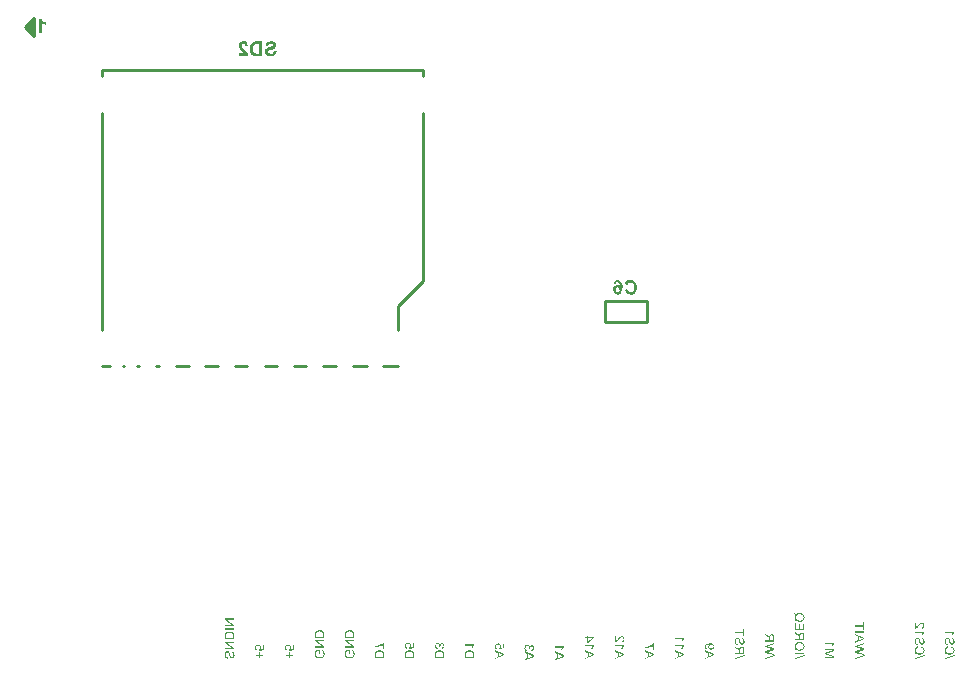
<source format=gbo>
G04*
G04  File:            SD-MAPPER-FINAL_VERSION.GBO, Fri Dec 19 17:45:42 2014*
G04  Source:          P-CAD 2002 PCB (6/400) TRIAL VERSION - 1 days left, Version 17.01.22, (E:\Eletro\P-CAD_PCI\SD-Mapper\SD-Mapper-final_version.PCB)*
G04  Format:          Gerber Format (RS-274-D), ASCII*
G04*
G04  Format Options:  Absolute Positioning*
G04                   Leading-Zero Suppression*
G04                   Scale Factor 1:1*
G04                   NO Circular Interpolation*
G04                   Inch Units*
G04                   Numeric Format: 4.4 (XXXX.XXXX)*
G04                   G54 NOT Used for Aperture Change*
G04                   Apertures Embedded*
G04*
G04  File Options:    Offset = (0.0mil,0.0mil)*
G04                   Drill Symbol Size = 80.0mil*
G04                   No Pad/Via Holes*
G04*
G04  File Contents:   No Pads*
G04                   No Vias*
G04                   Designators*
G04                   No Types*
G04                   Values*
G04                   No Drill Symbols*
G04                   Bot Silk*
G04*
%INSD-MAPPER-FINAL_VERSION.GBO*%
%ICAS*%
%MOIN*%
G04*
G04  Aperture MACROs for general use --- invoked via D-code assignment *
G04*
G04  General MACRO for flashed round with rotation and/or offset hole *
%AMROTOFFROUND*
1,1,$1,0.0000,0.0000*
1,0,$2,$3,$4*%
G04*
G04  General MACRO for flashed oval (obround) with rotation and/or offset hole *
%AMROTOFFOVAL*
21,1,$1,$2,0.0000,0.0000,$3*
1,1,$4,$5,$6*
1,1,$4,0-$5,0-$6*
1,0,$7,$8,$9*%
G04*
G04  General MACRO for flashed oval (obround) with rotation and no hole *
%AMROTOVALNOHOLE*
21,1,$1,$2,0.0000,0.0000,$3*
1,1,$4,$5,$6*
1,1,$4,0-$5,0-$6*%
G04*
G04  General MACRO for flashed rectangle with rotation and/or offset hole *
%AMROTOFFRECT*
21,1,$1,$2,0.0000,0.0000,$3*
1,0,$4,$5,$6*%
G04*
G04  General MACRO for flashed rectangle with rotation and no hole *
%AMROTRECTNOHOLE*
21,1,$1,$2,0.0000,0.0000,$3*%
G04*
G04  General MACRO for flashed rounded-rectangle *
%AMROUNDRECT*
21,1,$1,$2-$4,0.0000,0.0000,$3*
21,1,$1-$4,$2,0.0000,0.0000,$3*
1,1,$4,$5,$6*
1,1,$4,$7,$8*
1,1,$4,0-$5,0-$6*
1,1,$4,0-$7,0-$8*
1,0,$9,$10,$11*%
G04*
G04  General MACRO for flashed rounded-rectangle with rotation and no hole *
%AMROUNDRECTNOHOLE*
21,1,$1,$2-$4,0.0000,0.0000,$3*
21,1,$1-$4,$2,0.0000,0.0000,$3*
1,1,$4,$5,$6*
1,1,$4,$7,$8*
1,1,$4,0-$5,0-$6*
1,1,$4,0-$7,0-$8*%
G04*
G04  General MACRO for flashed regular polygon *
%AMREGPOLY*
5,1,$1,0.0000,0.0000,$2,$3+$4*
1,0,$5,$6,$7*%
G04*
G04  General MACRO for flashed regular polygon with no hole *
%AMREGPOLYNOHOLE*
5,1,$1,0.0000,0.0000,$2,$3+$4*%
G04*
G04  General MACRO for target *
%AMTARGET*
6,0,0,$1,$2,$3,4,$4,$5,$6*%
G04*
G04  General MACRO for mounting hole *
%AMMTHOLE*
1,1,$1,0,0*
1,0,$2,0,0*
$1=$1-$2*
$1=$1/2*
21,1,$2+$1,$3,0,0,$4*
21,1,$3,$2+$1,0,0,$4*%
G04*
G04*
G04  D10 : "Ellipse X10.0mil Y10.0mil H0.0mil 0.0deg (0.0mil,0.0mil) Draw"*
G04  Disc: OuterDia=0.0100*
%ADD10C, 0.0100*%
G04  D11 : "Ellipse X12.0mil Y12.0mil H0.0mil 0.0deg (0.0mil,0.0mil) Draw"*
G04  Disc: OuterDia=0.0120*
%ADD11C, 0.0120*%
G04  D12 : "Ellipse X15.0mil Y15.0mil H0.0mil 0.0deg (0.0mil,0.0mil) Draw"*
G04  Disc: OuterDia=0.0150*
%ADD12C, 0.0150*%
G04  D13 : "Ellipse X17.0mil Y17.0mil H0.0mil 0.0deg (0.0mil,0.0mil) Draw"*
G04  Disc: OuterDia=0.0170*
%ADD13C, 0.0170*%
G04  D14 : "Ellipse X18.0mil Y18.0mil H0.0mil 0.0deg (0.0mil,0.0mil) Draw"*
G04  Disc: OuterDia=0.0180*
%ADD14C, 0.0180*%
G04  D15 : "Ellipse X2.0mil Y2.0mil H0.0mil 0.0deg (0.0mil,0.0mil) Draw"*
G04  Disc: OuterDia=0.0020*
%ADD15C, 0.0020*%
G04  D16 : "Ellipse X20.0mil Y20.0mil H0.0mil 0.0deg (0.0mil,0.0mil) Draw"*
G04  Disc: OuterDia=0.0200*
%ADD16C, 0.0200*%
G04  D17 : "Ellipse X22.0mil Y22.0mil H0.0mil 0.0deg (0.0mil,0.0mil) Draw"*
G04  Disc: OuterDia=0.0220*
%ADD17C, 0.0220*%
G04  D18 : "Ellipse X24.0mil Y24.0mil H0.0mil 0.0deg (0.0mil,0.0mil) Draw"*
G04  Disc: OuterDia=0.0240*
%ADD18C, 0.0240*%
G04  D19 : "Ellipse X26.0mil Y26.0mil H0.0mil 0.0deg (0.0mil,0.0mil) Draw"*
G04  Disc: OuterDia=0.0260*
%ADD19C, 0.0260*%
G04  D20 : "Ellipse X34.0mil Y34.0mil H0.0mil 0.0deg (0.0mil,0.0mil) Draw"*
G04  Disc: OuterDia=0.0340*
%ADD20C, 0.0340*%
G04  D21 : "Ellipse X35.0mil Y35.0mil H0.0mil 0.0deg (0.0mil,0.0mil) Draw"*
G04  Disc: OuterDia=0.0350*
%ADD21C, 0.0350*%
G04  D22 : "Ellipse X40.0mil Y40.0mil H0.0mil 0.0deg (0.0mil,0.0mil) Draw"*
G04  Disc: OuterDia=0.0400*
%ADD22C, 0.0400*%
G04  D23 : "Ellipse X45.0mil Y45.0mil H0.0mil 0.0deg (0.0mil,0.0mil) Draw"*
G04  Disc: OuterDia=0.0450*
%ADD23C, 0.0450*%
G04  D24 : "Ellipse X8.0mil Y8.0mil H0.0mil 0.0deg (0.0mil,0.0mil) Draw"*
G04  Disc: OuterDia=0.0080*
%ADD24C, 0.0080*%
G04  D25 : "Ellipse X285.0mil Y285.0mil H0.0mil 0.0deg (0.0mil,0.0mil) Flash"*
G04  Disc: OuterDia=0.2850*
%ADD25C, 0.2850*%
G04  D26 : "Ellipse X59.0mil Y59.0mil H0.0mil 0.0deg (0.0mil,0.0mil) Flash"*
G04  Disc: OuterDia=0.0590*
%ADD26C, 0.0590*%
G04  D27 : "Ellipse X64.0mil Y64.0mil H0.0mil 0.0deg (0.0mil,0.0mil) Flash"*
G04  Disc: OuterDia=0.0640*
%ADD27C, 0.0640*%
G04  D28 : "Ellipse X68.0mil Y68.0mil H0.0mil 0.0deg (0.0mil,0.0mil) Flash"*
G04  Disc: OuterDia=0.0680*
%ADD28C, 0.0680*%
G04  D29 : "Ellipse X79.0mil Y79.0mil H0.0mil 0.0deg (0.0mil,0.0mil) Flash"*
G04  Disc: OuterDia=0.0790*
%ADD29C, 0.0790*%
G04  D30 : "Ellipse X83.0mil Y83.0mil H0.0mil 0.0deg (0.0mil,0.0mil) Flash"*
G04  Disc: OuterDia=0.0830*
%ADD30C, 0.0830*%
G04  D31 : "Mounting Hole X270.0mil Y270.0mil H0.0mil 0.0deg (0.0mil,0.0mil) Flash"*
G04  Mounting Hole: Diameter=0.2700, Rotation=0.0, LineWidth=0.0050 *
%ADD31MTHOLE, 0.2700 X0.2500 X0.0050 X0.0*%
G04  D32 : "Mounting Hole X44.0mil Y44.0mil H0.0mil 0.0deg (0.0mil,0.0mil) Flash"*
G04  Mounting Hole: Diameter=0.0440, Rotation=0.0, LineWidth=0.0050 *
%ADD32MTHOLE, 0.0440 X0.0240 X0.0050 X0.0*%
G04  D33 : "Mounting Hole X64.0mil Y64.0mil H0.0mil 0.0deg (0.0mil,0.0mil) Flash"*
G04  Mounting Hole: Diameter=0.0640, Rotation=0.0, LineWidth=0.0050 *
%ADD33MTHOLE, 0.0640 X0.0440 X0.0050 X0.0*%
G04  D34 : "Rounded Rectangle X196.9mil Y60.0mil H0.0mil 0.0deg (0.0mil,0.0mil) Flash"*
G04  RoundRct: DimX=0.1969, DimY=0.0600, CornerRad=0.0150, Rotation=0.0, OffsetX=0.0000, OffsetY=0.0000, HoleDia=0.0000 *
%ADD34ROUNDRECTNOHOLE, 0.1969 X0.0600 X0.0 X0.0300 X-0.0834 X-0.0150 X-0.0834 X0.0150*%
G04  D35 : "Rounded Rectangle X60.0mil Y350.0mil H0.0mil 0.0deg (0.0mil,0.0mil) Flash"*
G04  RoundRct: DimX=0.0600, DimY=0.3500, CornerRad=0.0150, Rotation=0.0, OffsetX=0.0000, OffsetY=0.0000, HoleDia=0.0000 *
%ADD35ROUNDRECTNOHOLE, 0.0600 X0.3500 X0.0 X0.0300 X-0.0150 X-0.1600 X-0.0150 X0.1600*%
G04  D36 : "Rounded Rectangle X60.0mil Y380.0mil H0.0mil 0.0deg (0.0mil,0.0mil) Flash"*
G04  RoundRct: DimX=0.0600, DimY=0.3800, CornerRad=0.0150, Rotation=0.0, OffsetX=0.0000, OffsetY=0.0000, HoleDia=0.0000 *
%ADD36ROUNDRECTNOHOLE, 0.0600 X0.3800 X0.0 X0.0300 X-0.0150 X-0.1750 X-0.0150 X0.1750*%
G04  D37 : "Rounded Rectangle X64.0mil Y64.0mil H0.0mil 0.0deg (0.0mil,0.0mil) Flash"*
G04  RoundRct: DimX=0.0640, DimY=0.0640, CornerRad=0.0160, Rotation=0.0, OffsetX=0.0000, OffsetY=0.0000, HoleDia=0.0000 *
%ADD37ROUNDRECTNOHOLE, 0.0640 X0.0640 X0.0 X0.0320 X-0.0160 X-0.0160 X-0.0160 X0.0160*%
G04  D38 : "Rounded Rectangle X211.9mil Y75.0mil H0.0mil 0.0deg (0.0mil,0.0mil) Flash"*
G04  RoundRct: DimX=0.2119, DimY=0.0750, CornerRad=0.0187, Rotation=0.0, OffsetX=0.0000, OffsetY=0.0000, HoleDia=0.0000 *
%ADD38ROUNDRECTNOHOLE, 0.2119 X0.0750 X0.0 X0.0375 X-0.0872 X-0.0187 X-0.0872 X0.0187*%
G04  D39 : "Rounded Rectangle X75.0mil Y365.0mil H0.0mil 0.0deg (0.0mil,0.0mil) Flash"*
G04  RoundRct: DimX=0.0750, DimY=0.3650, CornerRad=0.0187, Rotation=0.0, OffsetX=0.0000, OffsetY=0.0000, HoleDia=0.0000 *
%ADD39ROUNDRECTNOHOLE, 0.0750 X0.3650 X0.0 X0.0375 X-0.0187 X-0.1638 X-0.0187 X0.1638*%
G04  D40 : "Rounded Rectangle X75.0mil Y395.0mil H0.0mil 0.0deg (0.0mil,0.0mil) Flash"*
G04  RoundRct: DimX=0.0750, DimY=0.3950, CornerRad=0.0187, Rotation=0.0, OffsetX=0.0000, OffsetY=0.0000, HoleDia=0.0000 *
%ADD40ROUNDRECTNOHOLE, 0.0750 X0.3950 X0.0 X0.0375 X-0.0187 X-0.1788 X-0.0187 X0.1788*%
G04  D41 : "Rounded Rectangle X78.0mil Y78.0mil H0.0mil 0.0deg (0.0mil,0.0mil) Flash"*
G04  RoundRct: DimX=0.0780, DimY=0.0780, CornerRad=0.0195, Rotation=0.0, OffsetX=0.0000, OffsetY=0.0000, HoleDia=0.0000 *
%ADD41ROUNDRECTNOHOLE, 0.0780 X0.0780 X0.0 X0.0390 X-0.0195 X-0.0195 X-0.0195 X0.0195*%
G04  D42 : "Rounded Rectangle X79.0mil Y79.0mil H0.0mil 0.0deg (0.0mil,0.0mil) Flash"*
G04  RoundRct: DimX=0.0790, DimY=0.0790, CornerRad=0.0198, Rotation=0.0, OffsetX=0.0000, OffsetY=0.0000, HoleDia=0.0000 *
%ADD42ROUNDRECTNOHOLE, 0.0790 X0.0790 X0.0 X0.0395 X-0.0198 X-0.0198 X-0.0198 X0.0198*%
G04  D43 : "Rounded Rectangle X93.0mil Y93.0mil H0.0mil 0.0deg (0.0mil,0.0mil) Flash"*
G04  RoundRct: DimX=0.0930, DimY=0.0930, CornerRad=0.0233, Rotation=0.0, OffsetX=0.0000, OffsetY=0.0000, HoleDia=0.0000 *
%ADD43ROUNDRECTNOHOLE, 0.0930 X0.0930 X0.0 X0.0465 X-0.0233 X-0.0233 X-0.0233 X0.0233*%
G04  D44 : "Rectangle X11.8mil Y63.0mil H0.0mil 0.0deg (0.0mil,0.0mil) Flash"*
G04  Rectangular: DimX=0.0118, DimY=0.0630, Rotation=0.0, OffsetX=0.0000, OffsetY=0.0000, HoleDia=0.0000 *
%ADD44R, 0.0118 X0.0630*%
G04  D45 : "Rectangle X63.0mil Y11.8mil H0.0mil 0.0deg (0.0mil,0.0mil) Flash"*
G04  Rectangular: DimX=0.0630, DimY=0.0118, Rotation=0.0, OffsetX=0.0000, OffsetY=0.0000, HoleDia=0.0000 *
%ADD45R, 0.0630 X0.0118*%
G04  D46 : "Rectangle X141.7mil Y86.6mil H0.0mil 0.0deg (0.0mil,0.0mil) Flash"*
G04  Rectangular: DimX=0.1417, DimY=0.0866, Rotation=0.0, OffsetX=0.0000, OffsetY=0.0000, HoleDia=0.0000 *
%ADD46R, 0.1417 X0.0866*%
G04  D47 : "Rectangle X156.7mil Y101.6mil H0.0mil 0.0deg (0.0mil,0.0mil) Flash"*
G04  Rectangular: DimX=0.1567, DimY=0.1016, Rotation=0.0, OffsetX=0.0000, OffsetY=0.0000, HoleDia=0.0000 *
%ADD47R, 0.1567 X0.1016*%
G04  D48 : "Rectangle X23.6mil Y78.7mil H0.0mil 0.0deg (0.0mil,0.0mil) Flash"*
G04  Rectangular: DimX=0.0236, DimY=0.0787, Rotation=0.0, OffsetX=0.0000, OffsetY=0.0000, HoleDia=0.0000 *
%ADD48R, 0.0236 X0.0787*%
G04  D49 : "Rectangle X78.7mil Y23.6mil H0.0mil 0.0deg (0.0mil,0.0mil) Flash"*
G04  Rectangular: DimX=0.0787, DimY=0.0236, Rotation=0.0, OffsetX=0.0000, OffsetY=0.0000, HoleDia=0.0000 *
%ADD49R, 0.0787 X0.0236*%
G04  D50 : "Rectangle X23.6mil Y86.6mil H0.0mil 0.0deg (0.0mil,0.0mil) Flash"*
G04  Rectangular: DimX=0.0236, DimY=0.0866, Rotation=0.0, OffsetX=0.0000, OffsetY=0.0000, HoleDia=0.0000 *
%ADD50R, 0.0236 X0.0866*%
G04  D51 : "Rectangle X26.0mil Y60.0mil H0.0mil 0.0deg (0.0mil,0.0mil) Flash"*
G04  Rectangular: DimX=0.0260, DimY=0.0600, Rotation=0.0, OffsetX=0.0000, OffsetY=0.0000, HoleDia=0.0000 *
%ADD51R, 0.0260 X0.0600*%
G04  D52 : "Rectangle X26.8mil Y78.0mil H0.0mil 0.0deg (0.0mil,0.0mil) Flash"*
G04  Rectangular: DimX=0.0268, DimY=0.0780, Rotation=0.0, OffsetX=0.0000, OffsetY=0.0000, HoleDia=0.0000 *
%ADD52R, 0.0268 X0.0780*%
G04  D53 : "Rectangle X78.0mil Y26.8mil H0.0mil 0.0deg (0.0mil,0.0mil) Flash"*
G04  Rectangular: DimX=0.0780, DimY=0.0268, Rotation=0.0, OffsetX=0.0000, OffsetY=0.0000, HoleDia=0.0000 *
%ADD53R, 0.0780 X0.0268*%
G04  D54 : "Rectangle X32.0mil Y32.0mil H0.0mil 0.0deg (0.0mil,0.0mil) Flash"*
G04  Square: Side=0.0320, Rotation=0.0, OffsetX=0.0000, OffsetY=0.0000, HoleDia=0.0000*
%ADD54R, 0.0320 X0.0320*%
G04  D55 : "Rectangle X38.6mil Y101.6mil H0.0mil 0.0deg (0.0mil,0.0mil) Flash"*
G04  Rectangular: DimX=0.0386, DimY=0.1016, Rotation=0.0, OffsetX=0.0000, OffsetY=0.0000, HoleDia=0.0000 *
%ADD55R, 0.0386 X0.1016*%
G04  D56 : "Rectangle X38.6mil Y93.7mil H0.0mil 0.0deg (0.0mil,0.0mil) Flash"*
G04  Rectangular: DimX=0.0386, DimY=0.0937, Rotation=0.0, OffsetX=0.0000, OffsetY=0.0000, HoleDia=0.0000 *
%ADD56R, 0.0386 X0.0937*%
G04  D57 : "Rectangle X93.7mil Y38.6mil H0.0mil 0.0deg (0.0mil,0.0mil) Flash"*
G04  Rectangular: DimX=0.0937, DimY=0.0386, Rotation=0.0, OffsetX=0.0000, OffsetY=0.0000, HoleDia=0.0000 *
%ADD57R, 0.0937 X0.0386*%
G04  D58 : "Rectangle X40.0mil Y60.0mil H0.0mil 0.0deg (0.0mil,0.0mil) Flash"*
G04  Rectangular: DimX=0.0400, DimY=0.0600, Rotation=0.0, OffsetX=0.0000, OffsetY=0.0000, HoleDia=0.0000 *
%ADD58R, 0.0400 X0.0600*%
G04  D59 : "Rectangle X41.0mil Y75.0mil H0.0mil 0.0deg (0.0mil,0.0mil) Flash"*
G04  Rectangular: DimX=0.0410, DimY=0.0750, Rotation=0.0, OffsetX=0.0000, OffsetY=0.0000, HoleDia=0.0000 *
%ADD59R, 0.0410 X0.0750*%
G04  D60 : "Rectangle X47.0mil Y47.0mil H0.0mil 0.0deg (0.0mil,0.0mil) Flash"*
G04  Square: Side=0.0470, Rotation=0.0, OffsetX=0.0000, OffsetY=0.0000, HoleDia=0.0000*
%ADD60R, 0.0470 X0.0470*%
G04  D61 : "Rectangle X47.2mil Y86.6mil H0.0mil 0.0deg (0.0mil,0.0mil) Flash"*
G04  Rectangular: DimX=0.0472, DimY=0.0866, Rotation=0.0, OffsetX=0.0000, OffsetY=0.0000, HoleDia=0.0000 *
%ADD61R, 0.0472 X0.0866*%
G04  D62 : "Rectangle X51.2mil Y59.1mil H0.0mil 0.0deg (0.0mil,0.0mil) Flash"*
G04  Rectangular: DimX=0.0512, DimY=0.0591, Rotation=0.0, OffsetX=0.0000, OffsetY=0.0000, HoleDia=0.0000 *
%ADD62R, 0.0512 X0.0591*%
G04  D63 : "Rectangle X59.1mil Y51.2mil H0.0mil 0.0deg (0.0mil,0.0mil) Flash"*
G04  Rectangular: DimX=0.0591, DimY=0.0512, Rotation=0.0, OffsetX=0.0000, OffsetY=0.0000, HoleDia=0.0000 *
%ADD63R, 0.0591 X0.0512*%
G04  D64 : "Rectangle X55.0mil Y75.0mil H0.0mil 0.0deg (0.0mil,0.0mil) Flash"*
G04  Rectangular: DimX=0.0550, DimY=0.0750, Rotation=0.0, OffsetX=0.0000, OffsetY=0.0000, HoleDia=0.0000 *
%ADD64R, 0.0550 X0.0750*%
G04  D65 : "Rectangle X58.0mil Y110.0mil H0.0mil 0.0deg (0.0mil,0.0mil) Flash"*
G04  Rectangular: DimX=0.0580, DimY=0.1100, Rotation=0.0, OffsetX=0.0000, OffsetY=0.0000, HoleDia=0.0000 *
%ADD65R, 0.0580 X0.1100*%
G04  D66 : "Rectangle X62.2mil Y101.6mil H0.0mil 0.0deg (0.0mil,0.0mil) Flash"*
G04  Rectangular: DimX=0.0622, DimY=0.1016, Rotation=0.0, OffsetX=0.0000, OffsetY=0.0000, HoleDia=0.0000 *
%ADD66R, 0.0622 X0.1016*%
G04  D67 : "Rectangle X66.2mil Y74.1mil H0.0mil 0.0deg (0.0mil,0.0mil) Flash"*
G04  Rectangular: DimX=0.0662, DimY=0.0741, Rotation=0.0, OffsetX=0.0000, OffsetY=0.0000, HoleDia=0.0000 *
%ADD67R, 0.0662 X0.0741*%
G04  D68 : "Rectangle X74.1mil Y66.2mil H0.0mil 0.0deg (0.0mil,0.0mil) Flash"*
G04  Rectangular: DimX=0.0741, DimY=0.0662, Rotation=0.0, OffsetX=0.0000, OffsetY=0.0000, HoleDia=0.0000 *
%ADD68R, 0.0741 X0.0662*%
G04  D69 : "Rectangle X72.0mil Y80.0mil H0.0mil 0.0deg (0.0mil,0.0mil) Flash"*
G04  Rectangular: DimX=0.0720, DimY=0.0800, Rotation=0.0, OffsetX=0.0000, OffsetY=0.0000, HoleDia=0.0000 *
%ADD69R, 0.0720 X0.0800*%
G04  D70 : "Rectangle X73.0mil Y125.0mil H0.0mil 0.0deg (0.0mil,0.0mil) Flash"*
G04  Rectangular: DimX=0.0730, DimY=0.1250, Rotation=0.0, OffsetX=0.0000, OffsetY=0.0000, HoleDia=0.0000 *
%ADD70R, 0.0730 X0.1250*%
G04  D71 : "Rectangle X80.0mil Y110.0mil H0.0mil 0.0deg (0.0mil,0.0mil) Flash"*
G04  Rectangular: DimX=0.0800, DimY=0.1100, Rotation=0.0, OffsetX=0.0000, OffsetY=0.0000, HoleDia=0.0000 *
%ADD71R, 0.0800 X0.1100*%
G04  D72 : "Rectangle X87.0mil Y95.0mil H0.0mil 0.0deg (0.0mil,0.0mil) Flash"*
G04  Rectangular: DimX=0.0870, DimY=0.0950, Rotation=0.0, OffsetX=0.0000, OffsetY=0.0000, HoleDia=0.0000 *
%ADD72R, 0.0870 X0.0950*%
G04  D73 : "Rectangle X95.0mil Y125.0mil H0.0mil 0.0deg (0.0mil,0.0mil) Flash"*
G04  Rectangular: DimX=0.0950, DimY=0.1250, Rotation=0.0, OffsetX=0.0000, OffsetY=0.0000, HoleDia=0.0000 *
%ADD73R, 0.0950 X0.1250*%
G04  D74 : "Ellipse X44.0mil Y44.0mil H0.0mil 0.0deg (0.0mil,0.0mil) Flash"*
G04  Disc: OuterDia=0.0440*
%ADD74C, 0.0440*%
G04*
%FSLAX44Y44*%
%SFA1B1*%
%OFA0.0000B0.0000*%
G04*
G70*
G90*
G01*
D2*
%LNBot Silk*%
D10*
X31877Y89204*
X31920D1*
X31834Y89247D2*
X31920D1*
X31791Y89289D2*
X31920D1*
X31748Y89332D2*
X31920D1*
X31777Y89375D2*
X31920D1*
X31819Y89418D2*
X31920D1*
X31862Y89461D2*
X31920D1*
X31905Y89504D2*
X31920D1*
X31970Y89639D2*
X31670Y89340D1*
X31970Y89040*
Y89639*
X52394Y79505D2*
X51705D1*
X52394Y80214D2*
X51705D1*
X52394D2*
Y79505D1*
X51017Y80214D2*
Y79505D1*
X51705*
X51017Y80214D2*
X51705D1*
X34240Y87900D2*
X44950D1*
X44120Y80030D2*
X44950Y80860D1*
X36710Y78020D2*
X37130D1*
X37690D2*
X38110D1*
X38670D2*
X39080D1*
X39660D2*
X40070D1*
X40640D2*
X41050D1*
X41600D2*
X42050D1*
X42620D2*
X43070D1*
X43620D2*
X44120D1*
Y80030D2*
Y79230D1*
X44950Y86450D2*
Y80860D1*
Y87900D2*
Y87700D1*
X34240Y78020D2*
X34520D1*
X34240Y86450D2*
Y79230D1*
Y87900D2*
Y87690D1*
X36030Y78020D2*
X36140D1*
X35410D2*
X35470D1*
X34940D2*
X34990D1*
%LNBot Silk_POS_GLYPHS*%
%LPD*%
G36*
X32151Y89607D2*
X32228D1*
X32246Y89576*
X32286Y89528*
X32317Y89509*
X32366Y89483*
Y89398*
X32318Y89422*
X32245Y89469*
Y89115*
X32151*
Y89607*
G37*
G36*
X40388Y68410D2*
X40476D1*
Y68498*
X40513*
Y68410*
X40600*
Y68373*
X40513*
Y68285*
X40476*
Y68373*
X40388*
Y68410*
G37*
G36*
X40395Y68548D2*
X40356Y68571D1*
X40344Y68595*
X40332Y68642*
X40341Y68676*
X40370Y68726*
X40397Y68739*
X40446Y68751*
X40476Y68744*
X40520Y68723*
X40535Y68698*
X40550Y68652*
X40545Y68629*
X40529Y68592*
X40615Y68608*
Y68736*
X40653*
Y68578*
X40489Y68547*
X40483Y68584*
X40492Y68592*
X40506Y68607*
X40510Y68619*
X40515Y68641*
X40510Y68661*
X40495Y68691*
X40477Y68700*
X40442Y68710*
X40419Y68705*
X40385Y68690*
X40375Y68673*
X40364Y68642*
X40368Y68626*
X40379Y68602*
X40394Y68592*
X40424Y68581*
X40421Y68540*
X40395Y68548*
G37*
G36*
X39388Y68410D2*
X39476D1*
Y68498*
X39513*
Y68410*
X39600*
Y68373*
X39513*
Y68285*
X39476*
Y68373*
X39388*
Y68410*
G37*
G36*
X39395Y68548D2*
X39356Y68571D1*
X39344Y68595*
X39332Y68642*
X39341Y68676*
X39370Y68726*
X39397Y68739*
X39446Y68751*
X39476Y68744*
X39520Y68723*
X39535Y68698*
X39550Y68652*
X39545Y68629*
X39529Y68592*
X39615Y68608*
Y68736*
X39653*
Y68578*
X39489Y68547*
X39483Y68584*
X39492Y68592*
X39506Y68607*
X39510Y68619*
X39515Y68641*
X39510Y68661*
X39495Y68691*
X39477Y68700*
X39442Y68710*
X39419Y68705*
X39385Y68690*
X39375Y68673*
X39364Y68642*
X39368Y68626*
X39379Y68602*
X39394Y68592*
X39424Y68581*
X39421Y68540*
X39395Y68548*
G37*
G36*
X44337Y68409D2*
X44339Y68429D1*
X44343Y68460*
X44348Y68475*
X44358Y68499*
X44368Y68510*
X44387Y68528*
X44404Y68536*
X44434Y68549*
X44457Y68554*
X44499Y68558*
X44528Y68555*
X44575Y68546*
X44597Y68533*
X44630Y68507*
X44640Y68491*
X44653Y68461*
X44655Y68441*
X44657Y68404*
Y68294*
X44337*
Y68409*
G37*
G36*
X44395Y68610D2*
X44356Y68632D1*
X44344Y68657*
X44332Y68704*
X44341Y68738*
X44370Y68787*
X44397Y68800*
X44446Y68813*
X44476Y68806*
X44520Y68784*
X44535Y68759*
X44550Y68714*
X44545Y68691*
X44529Y68653*
X44615Y68670*
Y68798*
X44653*
Y68640*
X44489Y68608*
X44483Y68645*
X44492Y68653*
X44506Y68669*
X44510Y68681*
X44515Y68703*
X44510Y68723*
X44495Y68753*
X44477Y68762*
X44442Y68771*
X44419Y68766*
X44385Y68752*
X44375Y68735*
X44364Y68704*
X44368Y68687*
X44379Y68663*
X44394Y68654*
X44424Y68642*
X44421Y68601*
X44395Y68610*
G37*
G36*
X43337Y68409D2*
X43339Y68429D1*
X43343Y68460*
X43348Y68475*
X43358Y68499*
X43368Y68510*
X43387Y68528*
X43404Y68536*
X43434Y68549*
X43457Y68554*
X43499Y68558*
X43528Y68555*
X43575Y68546*
X43597Y68533*
X43630Y68507*
X43640Y68491*
X43653Y68461*
X43655Y68441*
X43657Y68404*
Y68294*
X43337*
Y68409*
G37*
G36*
X43615Y68760D2*
X43586Y68739D1*
X43531Y68704*
X43493Y68687*
X43428Y68663*
X43392Y68656*
X43337Y68648*
Y68689*
X43371Y68693*
X43425Y68704*
X43467Y68719*
X43536Y68750*
X43571Y68772*
X43623Y68811*
X43653*
Y68604*
X43615*
Y68760*
G37*
G36*
X47337Y68304D2*
X47434Y68338D1*
Y68473*
X47337Y68510*
Y68558*
X47657Y68428*
Y68381*
X47337Y68259*
Y68304*
G37*
G36*
X47395Y68585D2*
X47356Y68608D1*
X47344Y68632*
X47332Y68679*
X47341Y68713*
X47370Y68763*
X47397Y68776*
X47446Y68789*
X47476Y68781*
X47520Y68760*
X47535Y68735*
X47550Y68689*
X47545Y68666*
X47529Y68629*
X47615Y68645*
Y68774*
X47653*
Y68615*
X47489Y68584*
X47483Y68621*
X47492Y68629*
X47506Y68644*
X47510Y68657*
X47515Y68678*
X47510Y68699*
X47495Y68728*
X47477Y68737*
X47442Y68747*
X47419Y68742*
X47385Y68727*
X47375Y68710*
X47364Y68679*
X47368Y68663*
X47379Y68639*
X47394Y68629*
X47424Y68618*
X47421Y68577*
X47395Y68585*
G37*
G36*
X46337Y68409D2*
X46339Y68429D1*
X46343Y68460*
X46348Y68475*
X46358Y68499*
X46368Y68510*
X46387Y68528*
X46404Y68536*
X46434Y68549*
X46457Y68554*
X46499Y68558*
X46528Y68555*
X46575Y68546*
X46597Y68533*
X46630Y68507*
X46640Y68491*
X46653Y68461*
X46655Y68441*
X46657Y68404*
Y68294*
X46337*
Y68409*
G37*
G36*
X46659Y68749D2*
Y68723D1*
X46643Y68712*
X46615Y68689*
X46600Y68668*
X46578Y68631*
X46540*
X46547Y68646*
X46560Y68672*
X46570Y68687*
X46587Y68710*
X46337*
Y68749*
X46659*
G37*
G36*
X45337Y68409D2*
X45339Y68429D1*
X45343Y68460*
X45348Y68475*
X45358Y68499*
X45368Y68510*
X45387Y68528*
X45404Y68536*
X45434Y68549*
X45457Y68554*
X45499Y68558*
X45528Y68555*
X45575Y68546*
X45597Y68533*
X45630Y68507*
X45640Y68491*
X45653Y68461*
X45655Y68441*
X45657Y68404*
Y68294*
X45337*
Y68409*
G37*
G36*
X45396Y68610D2*
X45357Y68633D1*
X45344Y68657*
X45332Y68702*
X45339Y68733*
X45361Y68780*
X45386Y68795*
X45432Y68811*
X45452Y68807*
X45483Y68795*
X45495Y68780*
X45510Y68751*
X45519Y68764*
X45537Y68784*
X45551Y68789*
X45575Y68795*
X45591Y68792*
X45616Y68783*
X45629Y68772*
X45647Y68750*
X45653Y68732*
X45659Y68701*
X45653Y68676*
X45637Y68638*
X45616Y68623*
X45575Y68605*
X45568Y68645*
X45586Y68651*
X45612Y68664*
X45619Y68678*
X45626Y68702*
X45623Y68718*
X45612Y68740*
X45599Y68748*
X45576Y68755*
X45559Y68750*
X45536Y68735*
X45529Y68718*
X45523Y68689*
X45523Y68687*
X45523Y68683*
X45489Y68678*
X45491Y68689*
X45493Y68706*
X45488Y68724*
X45475Y68751*
X45460Y68760*
X45431Y68769*
X45412Y68764*
X45383Y68750*
X45374Y68733*
X45364Y68703*
X45368Y68687*
X45379Y68663*
X45395Y68654*
X45428Y68641*
X45422Y68601*
X45396Y68610*
G37*
G36*
X48327Y68264D2*
X48424Y68298D1*
Y68433*
X48327Y68470*
Y68518*
X48647Y68388*
Y68341*
X48327Y68219*
Y68264*
G37*
G36*
X48386Y68545D2*
X48347Y68568D1*
X48334Y68592*
X48322Y68638*
X48329Y68669*
X48351Y68715*
X48376Y68731*
X48422Y68746*
X48442Y68742*
X48473Y68730*
X48485Y68715*
X48500Y68686*
X48509Y68700*
X48527Y68719*
X48541Y68725*
X48565Y68731*
X48581Y68728*
X48606Y68719*
X48619Y68708*
X48637Y68685*
X48643Y68667*
X48649Y68637*
X48643Y68611*
X48627Y68573*
X48606Y68559*
X48565Y68541*
X48558Y68580*
X48576Y68586*
X48602Y68600*
X48609Y68613*
X48616Y68638*
X48613Y68653*
X48602Y68676*
X48589Y68683*
X48566Y68690*
X48549Y68685*
X48526Y68670*
X48519Y68654*
X48513Y68625*
X48513Y68622*
X48513Y68618*
X48479Y68614*
X48481Y68625*
X48483Y68641*
X48478Y68660*
X48465Y68687*
X48450Y68695*
X48421Y68704*
X48402Y68699*
X48373Y68685*
X48364Y68669*
X48354Y68638*
X48358Y68622*
X48369Y68599*
X48385Y68589*
X48418Y68576*
X48412Y68537*
X48386Y68545*
G37*
G36*
X49327Y68264D2*
X49424Y68298D1*
Y68433*
X49327Y68470*
Y68518*
X49647Y68388*
Y68341*
X49327Y68219*
Y68264*
G37*
G36*
X49649Y68684D2*
Y68659D1*
X49633Y68648*
X49605Y68624*
X49590Y68604*
X49568Y68567*
X49530*
X49537Y68581*
X49550Y68608*
X49560Y68623*
X49577Y68645*
X49327*
Y68684*
X49649*
G37*
G36*
X52337Y68304D2*
X52434Y68338D1*
Y68473*
X52337Y68510*
Y68558*
X52657Y68428*
Y68381*
X52337Y68259*
Y68304*
G37*
G36*
X52615Y68736D2*
X52586Y68714D1*
X52531Y68679*
X52493Y68662*
X52428Y68639*
X52392Y68631*
X52337Y68624*
Y68664*
X52371Y68669*
X52425Y68679*
X52467Y68695*
X52536Y68725*
X52571Y68748*
X52623Y68786*
X52653*
Y68579*
X52615*
Y68736*
G37*
G36*
X54337Y68304D2*
X54434Y68338D1*
Y68473*
X54337Y68510*
Y68558*
X54657Y68428*
Y68381*
X54337Y68259*
Y68304*
G37*
G36*
X54387Y68590D2*
X54352Y68610D1*
X54342Y68632*
X54332Y68671*
X54337Y68695*
X54351Y68733*
X54369Y68749*
X54406Y68773*
X54439Y68779*
X54504Y68786*
X54541Y68783*
X54593Y68773*
X54613Y68759*
X54641Y68733*
X54650Y68713*
X54659Y68677*
X54651Y68648*
X54629Y68605*
X54602Y68591*
X54550Y68577*
X54519Y68583*
X54474Y68604*
X54460Y68627*
X54446Y68671*
X54448Y68687*
X54457Y68714*
X54468Y68727*
X54487Y68747*
X54484*
X54480*
X54461Y68745*
X54431Y68741*
X54416Y68736*
X54394Y68726*
X54385Y68719*
X54372Y68704*
X54368Y68693*
X54364Y68672*
X54367Y68659*
X54376Y68638*
X54388Y68630*
X54414Y68620*
X54411Y68582*
X54387Y68590*
G37*
G36*
X58337Y68334D2*
X58609D1*
X58337Y68426*
Y68464*
X58605Y68558*
X58337*
Y68598*
X58657*
Y68541*
X58434Y68465*
X58413Y68457*
X58383Y68447*
X58399Y68442*
X58431Y68432*
X58657Y68356*
Y68293*
X58337*
Y68334*
G37*
G36*
X58659Y68799D2*
Y68773D1*
X58643Y68762*
X58615Y68738*
X58600Y68718*
X58578Y68681*
X58540*
X58547Y68696*
X58560Y68722*
X58570Y68737*
X58587Y68759*
X58337*
Y68799*
X58659*
G37*
G36*
X38418Y68284D2*
X38382Y68297D1*
X38367Y68313*
X38344Y68343*
X38338Y68368*
X38332Y68416*
X38335Y68440*
X38344Y68477*
X38356Y68494*
X38379Y68519*
X38397Y68526*
X38427Y68534*
X38445Y68530*
X38472Y68520*
X38486Y68506*
X38505Y68479*
X38512Y68456*
X38525Y68408*
X38534Y68379*
X38548Y68344*
X38558Y68338*
X38577Y68333*
X38590Y68337*
X38611Y68350*
X38618Y68368*
X38625Y68406*
X38621Y68428*
X38609Y68461*
X38594Y68471*
X38564Y68483*
X38567Y68524*
X38587Y68520*
X38617Y68508*
X38631Y68494*
X38651Y68466*
X38657Y68444*
X38663Y68404*
X38660Y68381*
X38652Y68345*
X38641Y68329*
X38619Y68305*
X38603Y68299*
X38574Y68292*
X38559Y68295*
X38534Y68303*
X38522Y68314*
X38504Y68337*
X38497Y68357*
X38484Y68398*
X38478Y68423*
X38469Y68455*
X38462Y68467*
X38450Y68484*
X38441Y68488*
X38424Y68493*
X38413Y68491*
X38396Y68484*
X38388Y68474*
X38377Y68456*
X38373Y68441*
X38370Y68414*
X38372Y68395*
X38379Y68365*
X38387Y68351*
X38404Y68333*
X38418Y68327*
X38444Y68320*
X38440Y68280*
X38418Y68284*
G37*
G36*
X38337Y68633D2*
X38589D1*
X38337Y68801*
Y68845*
X38657*
Y68804*
X38405*
X38657Y68635*
Y68592*
X38337*
Y68633*
G37*
G36*
Y69031D2*
X38339Y69051D1*
X38343Y69082*
X38348Y69097*
X38358Y69120*
X38368Y69132*
X38387Y69149*
X38404Y69158*
X38434Y69171*
X38457Y69176*
X38499Y69180*
X38528Y69177*
X38575Y69167*
X38597Y69155*
X38630Y69129*
X38640Y69113*
X38653Y69082*
X38655Y69063*
X38657Y69025*
Y68916*
X38337*
Y69031*
G37*
G36*
Y69289D2*
X38657D1*
Y69246*
X38337*
Y69289*
G37*
G36*
Y69404D2*
X38589D1*
X38337Y69572*
Y69616*
X38657*
Y69575*
X38405*
X38657Y69406*
Y69363*
X38337*
Y69404*
G37*
G36*
X41463Y68538D2*
X41402D1*
X41394Y68524*
X41380Y68498*
X41375Y68478*
X41370Y68444*
X41373Y68422*
X41383Y68385*
X41397Y68367*
X41426Y68342*
X41451Y68334*
X41498Y68327*
X41522Y68330*
X41562Y68339*
X41574Y68346*
X41594Y68359*
X41603Y68371*
X41617Y68393*
X41622Y68411*
X41626Y68443*
X41624Y68460*
X41618Y68488*
X41610Y68500*
X41595Y68518*
X41582Y68525*
X41557Y68536*
X41568Y68574*
X41589Y68566*
X41620Y68550*
X41633Y68535*
X41651Y68506*
X41657Y68483*
X41663Y68443*
X41658Y68410*
X41643Y68359*
X41623Y68336*
X41583Y68303*
X41551Y68293*
X41495Y68283*
X41462Y68288*
X41410Y68303*
X41386Y68322*
X41352Y68361*
X41342Y68392*
X41332Y68446*
X41335Y68472*
X41344Y68514*
X41356Y68539*
X41381Y68579*
X41501*
Y68444*
X41463*
Y68538*
G37*
G36*
X41337Y68682D2*
X41589D1*
X41337Y68850*
Y68894*
X41657*
Y68853*
X41405*
X41657Y68684*
Y68641*
X41337*
Y68682*
G37*
G36*
Y69080D2*
X41339Y69100D1*
X41343Y69131*
X41348Y69146*
X41358Y69169*
X41368Y69181*
X41387Y69198*
X41404Y69207*
X41434Y69220*
X41457Y69225*
X41499Y69229*
X41528Y69226*
X41575Y69216*
X41597Y69204*
X41630Y69178*
X41640Y69162*
X41653Y69131*
X41655Y69112*
X41657Y69075*
Y68965*
X41337*
Y69080*
G37*
G36*
X42463Y68538D2*
X42402D1*
X42394Y68524*
X42380Y68498*
X42375Y68478*
X42370Y68444*
X42373Y68422*
X42383Y68385*
X42397Y68367*
X42426Y68342*
X42451Y68334*
X42498Y68327*
X42522Y68330*
X42562Y68339*
X42574Y68346*
X42594Y68359*
X42603Y68371*
X42617Y68393*
X42622Y68411*
X42626Y68443*
X42624Y68460*
X42618Y68488*
X42610Y68500*
X42595Y68518*
X42582Y68525*
X42557Y68536*
X42568Y68574*
X42589Y68566*
X42620Y68550*
X42633Y68535*
X42651Y68506*
X42657Y68483*
X42663Y68443*
X42658Y68410*
X42643Y68359*
X42623Y68336*
X42583Y68303*
X42551Y68293*
X42495Y68283*
X42462Y68288*
X42410Y68303*
X42386Y68322*
X42352Y68361*
X42342Y68392*
X42332Y68446*
X42335Y68472*
X42344Y68514*
X42356Y68539*
X42381Y68579*
X42501*
Y68444*
X42463*
Y68538*
G37*
G36*
X42337Y68682D2*
X42589D1*
X42337Y68850*
Y68894*
X42657*
Y68853*
X42405*
X42657Y68684*
Y68641*
X42337*
Y68682*
G37*
G36*
Y69080D2*
X42339Y69100D1*
X42343Y69131*
X42348Y69146*
X42358Y69169*
X42368Y69181*
X42387Y69198*
X42404Y69207*
X42434Y69220*
X42457Y69225*
X42499Y69229*
X42528Y69226*
X42575Y69216*
X42597Y69204*
X42630Y69178*
X42640Y69162*
X42653Y69131*
X42655Y69112*
X42657Y69075*
Y68965*
X42337*
Y69080*
G37*
G36*
X50337Y68304D2*
X50434Y68338D1*
Y68473*
X50337Y68510*
Y68558*
X50657Y68428*
Y68381*
X50337Y68259*
Y68304*
G37*
G36*
X50659Y68724D2*
Y68699D1*
X50643Y68688*
X50615Y68664*
X50600Y68644*
X50578Y68607*
X50540*
X50547Y68621*
X50560Y68648*
X50570Y68663*
X50587Y68685*
X50337*
Y68724*
X50659*
G37*
G36*
X50337Y68991D2*
X50414D1*
Y69034*
X50450*
Y68991*
X50657*
Y68958*
X50450Y68812*
X50414*
Y68951*
X50337*
Y68991*
G37*
G36*
X53337Y68304D2*
X53434Y68338D1*
Y68473*
X53337Y68510*
Y68558*
X53657Y68428*
Y68381*
X53337Y68259*
Y68304*
G37*
G36*
X53659Y68724D2*
Y68699D1*
X53643Y68688*
X53615Y68664*
X53600Y68644*
X53578Y68607*
X53540*
X53547Y68621*
X53560Y68648*
X53570Y68663*
X53587Y68685*
X53337*
Y68724*
X53659*
G37*
G36*
Y68973D2*
Y68948D1*
X53643Y68936*
X53615Y68913*
X53600Y68892*
X53578Y68856*
X53540*
X53547Y68870*
X53560Y68897*
X53570Y68912*
X53587Y68934*
X53337*
Y68973*
X53659*
G37*
G36*
X51337Y68304D2*
X51434Y68338D1*
Y68473*
X51337Y68510*
Y68558*
X51657Y68428*
Y68381*
X51337Y68259*
Y68304*
G37*
G36*
X51659Y68724D2*
Y68699D1*
X51643Y68688*
X51615Y68664*
X51600Y68644*
X51578Y68607*
X51540*
X51547Y68621*
X51560Y68648*
X51570Y68663*
X51587Y68685*
X51337*
Y68724*
X51659*
G37*
G36*
X51375Y68874D2*
X51383Y68880D1*
X51396Y68891*
X51409Y68905*
X51437Y68937*
X51459Y68962*
X51492Y68997*
X51507Y69008*
X51532Y69023*
X51546Y69027*
X51569Y69031*
X51595Y69025*
X51633Y69005*
X51646Y68979*
X51659Y68931*
X51653Y68901*
X51635Y68858*
X51611Y68844*
X51566Y68827*
X51562Y68868*
X51581Y68872*
X51609Y68885*
X51618Y68900*
X51626Y68930*
X51622Y68948*
X51610Y68974*
X51596Y68983*
X51571Y68991*
X51553Y68987*
X51523Y68973*
X51500Y68951*
X51455Y68902*
X51436Y68881*
X51407Y68851*
X51391Y68840*
X51364Y68824*
X51354Y68822*
X51337Y68820*
Y69032*
X51375*
Y68874*
G37*
G36*
X56332Y68291D2*
X56663Y68383D1*
Y68352*
X56332Y68260*
Y68291*
G37*
G36*
X56337Y68517D2*
X56581Y68585D1*
X56594Y68588*
X56618Y68595*
X56607Y68598*
X56581Y68605*
X56337Y68672*
Y68714*
X56657Y68801*
Y68758*
X56451Y68708*
X56424Y68702*
X56381Y68692*
X56423Y68684*
X56495Y68666*
X56657Y68621*
Y68570*
X56441Y68510*
X56424Y68505*
X56381Y68495*
X56406Y68490*
X56447Y68482*
X56657Y68433*
Y68389*
X56337Y68473*
Y68517*
G37*
G36*
Y68884D2*
X56480D1*
Y68932*
X56479Y68942*
X56478Y68956*
X56475Y68963*
X56469Y68975*
X56463Y68983*
X56448Y68997*
X56433Y69007*
X56404Y69027*
X56337Y69069*
Y69122*
X56424Y69067*
X56441Y69054*
X56467Y69032*
X56473Y69023*
X56483Y69006*
X56492Y69035*
X56513Y69075*
X56533Y69086*
X56570Y69097*
X56589Y69093*
X56618Y69083*
X56631Y69071*
X56649Y69048*
X56653Y69026*
X56657Y68982*
Y68841*
X56337*
Y68884*
G37*
G36*
X55332Y68291D2*
X55663Y68383D1*
Y68352*
X55332Y68260*
Y68291*
G37*
G36*
X55337Y68462D2*
X55480D1*
Y68510*
X55479Y68520*
X55478Y68534*
X55475Y68541*
X55469Y68553*
X55463Y68561*
X55448Y68575*
X55433Y68585*
X55404Y68605*
X55337Y68647*
Y68701*
X55424Y68645*
X55441Y68632*
X55467Y68610*
X55473Y68602*
X55483Y68584*
X55492Y68613*
X55513Y68653*
X55533Y68664*
X55570Y68675*
X55589Y68671*
X55618Y68661*
X55631Y68649*
X55649Y68626*
X55653Y68604*
X55657Y68561*
Y68419*
X55337*
Y68462*
G37*
G36*
X55418Y68732D2*
X55382Y68745D1*
X55367Y68760*
X55344Y68791*
X55338Y68816*
X55332Y68863*
X55335Y68887*
X55344Y68925*
X55356Y68942*
X55379Y68967*
X55397Y68974*
X55427Y68981*
X55445Y68978*
X55472Y68968*
X55486Y68954*
X55505Y68926*
X55512Y68904*
X55525Y68856*
X55534Y68827*
X55548Y68792*
X55558Y68786*
X55577Y68780*
X55590Y68784*
X55611Y68797*
X55618Y68816*
X55625Y68853*
X55621Y68876*
X55609Y68908*
X55594Y68919*
X55564Y68931*
X55567Y68972*
X55587Y68967*
X55617Y68956*
X55631Y68942*
X55651Y68914*
X55657Y68891*
X55663Y68851*
X55660Y68829*
X55652Y68793*
X55641Y68776*
X55619Y68753*
X55603Y68746*
X55574Y68739*
X55559Y68742*
X55534Y68751*
X55522Y68762*
X55504Y68784*
X55497Y68804*
X55484Y68846*
X55478Y68871*
X55469Y68903*
X55462Y68915*
X55450Y68932*
X55441Y68936*
X55424Y68941*
X55413Y68938*
X55396Y68931*
X55388Y68922*
X55377Y68904*
X55373Y68889*
X55370Y68862*
X55372Y68842*
X55379Y68812*
X55387Y68799*
X55404Y68780*
X55418Y68775*
X55444Y68768*
X55440Y68727*
X55418Y68732*
G37*
G36*
X55337Y69164D2*
X55620D1*
Y69270*
X55657*
Y69017*
X55620*
Y69122*
X55337*
Y69164*
G37*
G36*
X59332Y68291D2*
X59663Y68383D1*
Y68352*
X59332Y68260*
Y68291*
G37*
G36*
X59337Y68517D2*
X59581Y68585D1*
X59594Y68588*
X59618Y68595*
X59607Y68598*
X59581Y68605*
X59337Y68672*
Y68714*
X59657Y68801*
Y68758*
X59451Y68708*
X59424Y68702*
X59381Y68692*
X59423Y68684*
X59495Y68666*
X59657Y68621*
Y68570*
X59441Y68510*
X59424Y68505*
X59381Y68495*
X59406Y68490*
X59447Y68482*
X59657Y68433*
Y68389*
X59337Y68473*
Y68517*
G37*
G36*
Y68850D2*
X59434Y68885D1*
Y69020*
X59337Y69057*
Y69104*
X59657Y68974*
Y68927*
X59337Y68805*
Y68850*
G37*
G36*
Y69189D2*
X59657D1*
Y69146*
X59337*
Y69189*
G37*
G36*
Y69388D2*
X59620D1*
Y69493*
X59657*
Y69240*
X59620*
Y69345*
X59337*
Y69388*
G37*
G36*
X57332Y68291D2*
X57663Y68383D1*
Y68352*
X57332Y68260*
Y68291*
G37*
G36*
X57337Y68468D2*
X57657D1*
Y68426*
X57337*
Y68468*
G37*
G36*
X57462Y68535D2*
X57413Y68548D1*
X57389Y68566*
X57353Y68602*
X57343Y68631*
X57332Y68683*
X57337Y68713*
X57351Y68760*
X57371Y68783*
X57409Y68816*
X57441Y68826*
X57496Y68836*
X57530Y68831*
X57582Y68817*
X57607Y68799*
X57641Y68762*
X57652Y68734*
X57663Y68683*
X57651Y68638*
X57618Y68572*
X57575Y68551*
X57493Y68530*
X57462Y68535*
G37*
G36*
X57337Y68934D2*
X57480D1*
Y68982*
X57479Y68993*
X57478Y69006*
X57475Y69014*
X57469Y69025*
X57463Y69033*
X57448Y69047*
X57433Y69058*
X57404Y69078*
X57337Y69119*
Y69173*
X57424Y69117*
X57441Y69104*
X57467Y69082*
X57473Y69074*
X57483Y69057*
X57492Y69085*
X57513Y69125*
X57533Y69136*
X57570Y69147*
X57589Y69144*
X57618Y69134*
X57631Y69121*
X57649Y69098*
X57653Y69076*
X57657Y69033*
Y68891*
X57337*
Y68934*
G37*
G36*
Y69453D2*
X57375D1*
Y69258*
X57484*
Y69434*
X57522*
Y69258*
X57620*
Y69446*
X57657*
Y69215*
X57337*
Y69453*
G37*
G36*
X57391Y69770D2*
X57426Y69791D1*
X57452Y69797*
X57497Y69803*
X57530Y69799*
X57583Y69785*
X57607Y69766*
X57641Y69730*
X57652Y69701*
X57663Y69650*
X57658Y69619*
X57642Y69571*
X57622Y69548*
X57583Y69516*
X57552Y69507*
X57497Y69497*
X57464Y69502*
X57411Y69516*
X57387Y69534*
X57352Y69570*
X57342Y69599*
X57332Y69649*
X57337Y69680*
X57352Y69728*
X57335Y69754*
X57313Y69797*
X57341Y69809*
X57351Y69790*
X57371Y69755*
X57391Y69770*
G37*
G36*
X62332Y68291D2*
X62663Y68383D1*
Y68352*
X62332Y68260*
Y68291*
G37*
G36*
X62424Y68635D2*
X62389Y68613D1*
X62378Y68591*
X62368Y68553*
X62372Y68532*
X62383Y68498*
X62398Y68483*
X62428Y68461*
X62454Y68456*
X62499Y68450*
X62523Y68452*
X62561Y68460*
X62580Y68471*
X62609Y68494*
X62617Y68516*
X62626Y68556*
X62622Y68577*
X62610Y68609*
X62593Y68622*
X62559Y68641*
X62569Y68683*
X62597Y68668*
X62638Y68637*
X62650Y68609*
X62663Y68557*
X62658Y68527*
X62643Y68479*
X62624Y68457*
X62587Y68425*
X62556Y68416*
X62499Y68406*
X62466Y68410*
X62413Y68423*
X62388Y68439*
X62353Y68472*
X62342Y68501*
X62332Y68556*
X62339Y68589*
X62359Y68640*
X62386Y68661*
X62438Y68689*
X62449Y68646*
X62424Y68635*
G37*
G36*
X62418Y68732D2*
X62382Y68745D1*
X62367Y68760*
X62344Y68791*
X62338Y68816*
X62332Y68863*
X62335Y68887*
X62344Y68925*
X62356Y68942*
X62379Y68967*
X62397Y68974*
X62427Y68981*
X62445Y68978*
X62472Y68968*
X62486Y68954*
X62505Y68926*
X62512Y68904*
X62525Y68856*
X62534Y68827*
X62548Y68792*
X62558Y68786*
X62577Y68780*
X62590Y68784*
X62611Y68797*
X62618Y68816*
X62625Y68853*
X62621Y68876*
X62609Y68908*
X62594Y68919*
X62564Y68931*
X62567Y68972*
X62587Y68967*
X62617Y68956*
X62631Y68942*
X62651Y68914*
X62657Y68891*
X62663Y68851*
X62660Y68829*
X62652Y68793*
X62641Y68776*
X62619Y68753*
X62603Y68746*
X62574Y68739*
X62559Y68742*
X62534Y68751*
X62522Y68762*
X62504Y68784*
X62497Y68804*
X62484Y68846*
X62478Y68871*
X62469Y68903*
X62462Y68915*
X62450Y68932*
X62441Y68936*
X62424Y68941*
X62413Y68938*
X62396Y68931*
X62388Y68922*
X62377Y68904*
X62373Y68889*
X62370Y68862*
X62372Y68842*
X62379Y68812*
X62387Y68799*
X62404Y68780*
X62418Y68775*
X62444Y68768*
X62440Y68727*
X62418Y68732*
G37*
G36*
X62659Y69172D2*
Y69146D1*
X62643Y69135*
X62615Y69112*
X62600Y69091*
X62578Y69054*
X62540*
X62547Y69069*
X62560Y69095*
X62570Y69110*
X62587Y69133*
X62337*
Y69172*
X62659*
G37*
G36*
X61332Y68291D2*
X61663Y68383D1*
Y68352*
X61332Y68260*
Y68291*
G37*
G36*
X61424Y68635D2*
X61389Y68613D1*
X61378Y68591*
X61368Y68553*
X61372Y68532*
X61383Y68498*
X61398Y68483*
X61428Y68461*
X61454Y68456*
X61499Y68450*
X61523Y68452*
X61561Y68460*
X61580Y68471*
X61609Y68494*
X61617Y68516*
X61626Y68556*
X61622Y68577*
X61610Y68609*
X61593Y68622*
X61559Y68641*
X61569Y68683*
X61597Y68668*
X61638Y68637*
X61650Y68609*
X61663Y68557*
X61658Y68527*
X61643Y68479*
X61624Y68457*
X61587Y68425*
X61556Y68416*
X61499Y68406*
X61466Y68410*
X61413Y68423*
X61388Y68439*
X61353Y68472*
X61342Y68501*
X61332Y68556*
X61339Y68589*
X61359Y68640*
X61386Y68661*
X61438Y68689*
X61449Y68646*
X61424Y68635*
G37*
G36*
X61418Y68732D2*
X61382Y68745D1*
X61367Y68760*
X61344Y68791*
X61338Y68816*
X61332Y68863*
X61335Y68887*
X61344Y68925*
X61356Y68942*
X61379Y68967*
X61397Y68974*
X61427Y68981*
X61445Y68978*
X61472Y68968*
X61486Y68954*
X61505Y68926*
X61512Y68904*
X61525Y68856*
X61534Y68827*
X61548Y68792*
X61558Y68786*
X61577Y68780*
X61590Y68784*
X61611Y68797*
X61618Y68816*
X61625Y68853*
X61621Y68876*
X61609Y68908*
X61594Y68919*
X61564Y68931*
X61567Y68972*
X61587Y68967*
X61617Y68956*
X61631Y68942*
X61651Y68914*
X61657Y68891*
X61663Y68851*
X61660Y68829*
X61652Y68793*
X61641Y68776*
X61619Y68753*
X61603Y68746*
X61574Y68739*
X61559Y68742*
X61534Y68751*
X61522Y68762*
X61504Y68784*
X61497Y68804*
X61484Y68846*
X61478Y68871*
X61469Y68903*
X61462Y68915*
X61450Y68932*
X61441Y68936*
X61424Y68941*
X61413Y68938*
X61396Y68931*
X61388Y68922*
X61377Y68904*
X61373Y68889*
X61370Y68862*
X61372Y68842*
X61379Y68812*
X61387Y68799*
X61404Y68780*
X61418Y68775*
X61444Y68768*
X61440Y68727*
X61418Y68732*
G37*
G36*
X61659Y69172D2*
Y69146D1*
X61643Y69135*
X61615Y69112*
X61600Y69091*
X61578Y69054*
X61540*
X61547Y69069*
X61560Y69095*
X61570Y69110*
X61587Y69133*
X61337*
Y69172*
X61659*
G37*
G36*
X61375Y69322D2*
X61383Y69328D1*
X61396Y69339*
X61409Y69353*
X61437Y69385*
X61459Y69410*
X61492Y69445*
X61507Y69456*
X61532Y69471*
X61546Y69475*
X61569Y69479*
X61595Y69472*
X61633Y69452*
X61646Y69427*
X61659Y69379*
X61653Y69349*
X61635Y69306*
X61611Y69291*
X61566Y69275*
X61562Y69315*
X61581Y69319*
X61609Y69332*
X61618Y69348*
X61626Y69378*
X61622Y69396*
X61610Y69422*
X61596Y69430*
X61571Y69439*
X61553Y69434*
X61523Y69420*
X61500Y69398*
X61455Y69350*
X61436Y69329*
X61407Y69298*
X61391Y69287*
X61364Y69272*
X61354Y69270*
X61337Y69268*
Y69480*
X61375*
Y69322*
G37*
G36*
X51770Y80562D2*
X51798Y80516D1*
X51822Y80503*
X51866Y80491*
X51901Y80501*
X51953Y80530*
X51969Y80573*
X51986Y80663*
X51978Y80716*
X51952Y80790*
X51922Y80809*
X51864Y80829*
X51837Y80823*
X51797Y80807*
X51780Y80786*
X51760Y80747*
X51662Y80770*
X51679Y80807*
X51712Y80860*
X51763Y80886*
X51858Y80913*
X51926Y80896*
X52025Y80845*
X52056Y80781*
X52088Y80655*
X52072Y80581*
X52025Y80473*
X51969Y80440*
X51865Y80407*
X51813Y80417*
X51735Y80446*
X51704Y80485*
X51661Y80566*
X51757Y80595*
X51770Y80562*
G37*
G36*
X51297Y80822D2*
X51329Y80875D1*
X51361Y80891*
X51421Y80907*
X51472Y80892*
X51549Y80847*
X51573Y80783*
X51598Y80653*
X51586Y80572*
X51550Y80464*
X51508Y80435*
X51430Y80406*
X51384Y80417*
X51317Y80451*
X51295Y80493*
X51273Y80572*
X51283Y80619*
X51315Y80688*
X51350Y80710*
X51415Y80733*
X51450Y80722*
X51501Y80691*
X51494Y80740*
X51476Y80802*
X51458Y80815*
X51426Y80829*
X51412Y80826*
X51391Y80816*
X51383Y80802*
X51373Y80775*
X51283Y80784*
X51297Y80822*
G37*
G36*
X40049Y88473D2*
X40007Y88399D1*
X39959Y88377*
X39865Y88356*
X39822Y88360*
X39758Y88374*
X39731Y88392*
X39692Y88429*
X39680Y88458*
X39668Y88508*
X39673Y88539*
X39688Y88586*
X39707Y88606*
X39742Y88636*
X39778Y88649*
X39849Y88671*
X39889Y88684*
X39939Y88704*
X39946Y88714*
X39953Y88733*
X39950Y88746*
X39938Y88763*
X39915Y88773*
X39871Y88782*
X39845Y88778*
X39808Y88765*
X39796Y88748*
X39781Y88711*
X39682Y88715*
X39695Y88758*
X39731Y88822*
X39778Y88843*
X39869Y88863*
X39908Y88859*
X39966Y88846*
X39991Y88829*
X40026Y88796*
X40037Y88770*
X40047Y88726*
X40036Y88687*
X40003Y88628*
X39967Y88609*
X39892Y88580*
X39857Y88570*
X39813Y88558*
X39798Y88550*
X39778Y88537*
X39772Y88527*
X39767Y88508*
X39773Y88489*
X39791Y88460*
X39815Y88450*
X39864Y88440*
X39893Y88446*
X39935Y88462*
X39950Y88486*
X39970Y88534*
X40066Y88525*
X40049Y88473*
G37*
G36*
X39584Y88365D2*
X39400D1*
X39365Y88368*
X39313Y88375*
X39285Y88388*
X39244Y88414*
X39222Y88444*
X39192Y88500*
X39184Y88537*
X39176Y88604*
X39180Y88650*
X39192Y88720*
X39208Y88752*
X39239Y88799*
X39265Y88818*
X39312Y88844*
X39343Y88849*
X39405Y88854*
X39584*
Y88365*
G37*
G36*
X38983Y88452D2*
X38977Y88461D1*
X38965Y88477*
X38948Y88494*
X38909Y88532*
X38882Y88558*
X38847Y88594*
X38832Y88618*
X38810Y88657*
X38804Y88680*
X38798Y88720*
X38808Y88759*
X38840Y88817*
X38878Y88837*
X38953Y88857*
X38997Y88848*
X39063Y88823*
X39087Y88786*
X39115Y88711*
X39022Y88702*
X39017Y88727*
X39003Y88761*
X38987Y88770*
X38956Y88779*
X38937Y88775*
X38909Y88762*
X38901Y88746*
X38892Y88713*
X38897Y88692*
X38912Y88656*
X38935Y88630*
X38989Y88576*
X39035Y88529*
X39094Y88459*
X39108Y88424*
X39125Y88365*
X38798*
Y88452*
X38983*
G37*
%LNBot Silk_NEG_GLYPHS*%
%LPC*%
G36*
X44620Y68337D2*
Y68403D1*
X44618Y68426*
X44613Y68458*
X44602Y68474*
X44577Y68498*
X44551Y68506*
X44499Y68514*
X44475Y68512*
X44437Y68506*
X44421Y68498*
X44397Y68482*
X44390Y68473*
X44381Y68454*
X44378Y68437*
X44375Y68404*
Y68337*
X44620*
G37*
G36*
X43620D2*
Y68403D1*
X43618Y68426*
X43613Y68458*
X43602Y68474*
X43577Y68498*
X43551Y68506*
X43499Y68514*
X43475Y68512*
X43437Y68506*
X43421Y68498*
X43397Y68482*
X43390Y68473*
X43381Y68454*
X43378Y68437*
X43375Y68404*
Y68337*
X43620*
G37*
G36*
X47562Y68386D2*
X47585Y68393D1*
X47624Y68403*
X47601Y68411*
X47557Y68426*
X47469Y68460*
Y68350*
X47562Y68386*
G37*
G36*
X46620Y68337D2*
Y68403D1*
X46618Y68426*
X46613Y68458*
X46602Y68474*
X46577Y68498*
X46551Y68506*
X46499Y68514*
X46475Y68512*
X46437Y68506*
X46421Y68498*
X46397Y68482*
X46390Y68473*
X46381Y68454*
X46378Y68437*
X46375Y68404*
Y68337*
X46620*
G37*
G36*
X45620D2*
Y68403D1*
X45618Y68426*
X45613Y68458*
X45602Y68474*
X45577Y68498*
X45551Y68506*
X45499Y68514*
X45475Y68512*
X45437Y68506*
X45421Y68498*
X45397Y68482*
X45390Y68473*
X45381Y68454*
X45378Y68437*
X45375Y68404*
Y68337*
X45620*
G37*
G36*
X48552Y68346D2*
X48575Y68353D1*
X48614Y68363*
X48591Y68371*
X48547Y68386*
X48459Y68420*
Y68310*
X48552Y68346*
G37*
G36*
X49552D2*
X49575Y68353D1*
X49614Y68363*
X49591Y68371*
X49547Y68386*
X49459Y68420*
Y68310*
X49552Y68346*
G37*
G36*
X52562Y68386D2*
X52585Y68393D1*
X52624Y68403*
X52601Y68411*
X52557Y68426*
X52469Y68460*
Y68350*
X52562Y68386*
G37*
G36*
X54562D2*
X54585Y68393D1*
X54624Y68403*
X54601Y68411*
X54557Y68426*
X54469Y68460*
Y68350*
X54562Y68386*
G37*
G36*
X54530Y68738D2*
X54499Y68725D1*
X54490Y68709*
X54480Y68680*
X54485Y68662*
X54499Y68635*
X54517Y68626*
X54549Y68617*
X54571Y68622*
X54605Y68636*
X54615Y68652*
X54626Y68681*
X54621Y68698*
X54606Y68724*
X54588Y68733*
X54552Y68742*
X54530Y68738*
G37*
G36*
X38620Y68958D2*
Y69025D1*
X38618Y69048*
X38613Y69079*
X38602Y69095*
X38577Y69120*
X38551Y69128*
X38499Y69136*
X38475Y69134*
X38437Y69128*
X38421Y69120*
X38397Y69104*
X38390Y69094*
X38381Y69076*
X38378Y69059*
X38375Y69026*
Y68958*
X38620*
G37*
G36*
X41620Y69008D2*
Y69074D1*
X41618Y69097*
X41613Y69128*
X41602Y69144*
X41577Y69169*
X41551Y69177*
X41499Y69185*
X41475Y69183*
X41437Y69177*
X41421Y69169*
X41397Y69153*
X41390Y69143*
X41381Y69125*
X41378Y69108*
X41375Y69075*
Y69008*
X41620*
G37*
G36*
X42620D2*
Y69074D1*
X42618Y69097*
X42613Y69128*
X42602Y69144*
X42577Y69169*
X42551Y69177*
X42499Y69185*
X42475Y69183*
X42437Y69177*
X42421Y69169*
X42397Y69153*
X42390Y69143*
X42381Y69125*
X42378Y69108*
X42375Y69075*
Y69008*
X42620*
G37*
G36*
X50562Y68386D2*
X50585Y68393D1*
X50624Y68403*
X50601Y68411*
X50557Y68426*
X50469Y68460*
Y68350*
X50562Y68386*
G37*
G36*
X50450Y68851D2*
X50594Y68951D1*
X50450*
Y68851*
G37*
G36*
X53562Y68386D2*
X53585Y68393D1*
X53624Y68403*
X53601Y68411*
X53557Y68426*
X53469Y68460*
Y68350*
X53562Y68386*
G37*
G36*
X51562D2*
X51585Y68393D1*
X51624Y68403*
X51601Y68411*
X51557Y68426*
X51469Y68460*
Y68350*
X51562Y68386*
G37*
G36*
X56622Y68884D2*
Y68984D1*
X56618Y69006*
X56607Y69037*
X56594Y69045*
X56570Y69053*
X56559Y69051*
X56541Y69044*
X56533Y69036*
X56522Y69020*
X56519Y69004*
X56516Y68974*
Y68884*
X56622*
G37*
G36*
X55622Y68462D2*
Y68562D1*
X55618Y68584*
X55607Y68615*
X55594Y68623*
X55570Y68631*
X55559Y68629*
X55541Y68622*
X55533Y68614*
X55522Y68598*
X55519Y68582*
X55516Y68552*
Y68462*
X55622*
G37*
G36*
X59562Y68932D2*
X59585Y68939D1*
X59624Y68949*
X59601Y68957*
X59557Y68973*
X59469Y69006*
Y68897*
X59562Y68932*
G37*
G36*
X57536Y68582D2*
X57595Y68606D1*
X57611Y68633*
X57626Y68683*
X57622Y68705*
X57610Y68740*
X57595Y68756*
X57565Y68779*
X57541Y68785*
X57497Y68792*
X57458Y68784*
X57402Y68761*
X57385Y68734*
X57368Y68683*
X57377Y68651*
X57402Y68604*
X57432Y68589*
X57492Y68574*
X57536Y68582*
G37*
G36*
X57622Y68934D2*
Y69034D1*
X57618Y69057*
X57607Y69087*
X57594Y69095*
X57570Y69103*
X57559Y69101*
X57541Y69095*
X57533Y69086*
X57522Y69070*
X57519Y69054*
X57516Y69024*
Y68934*
X57622*
G37*
G36*
X57395Y69651D2*
X57389Y69667D1*
X57377Y69693*
X57372Y69677*
X57368Y69650*
X57377Y69619*
X57402Y69572*
X57434Y69556*
X57497Y69541*
X57537Y69549*
X57594Y69572*
X57610Y69599*
X57626Y69650*
X57622Y69672*
X57610Y69707*
X57595Y69723*
X57565Y69746*
X57541Y69753*
X57497Y69760*
X57454Y69750*
X57395Y69722*
X57408Y69701*
X57426Y69662*
X57395Y69651*
G37*
G36*
X51488Y80605D2*
X51475Y80642D1*
X51459Y80653*
X51430Y80664*
X51411Y80658*
X51383Y80641*
X51373Y80618*
X51364Y80570*
X51368Y80542*
X51381Y80504*
X51397Y80494*
X51424Y80484*
X51443Y80490*
X51472Y80508*
X51483Y80532*
X51493Y80579*
X51488Y80605*
G37*
G36*
X39442Y88772D2*
X39407Y88770D1*
X39362Y88766*
X39343Y88759*
X39316Y88744*
X39304Y88728*
X39288Y88696*
X39283Y88667*
X39278Y88609*
X39280Y88572*
X39288Y88520*
X39297Y88499*
X39314Y88472*
X39328Y88463*
X39353Y88452*
X39373Y88450*
X39413Y88447*
X39486*
Y88772*
X39442*
G37*
D02M02*

</source>
